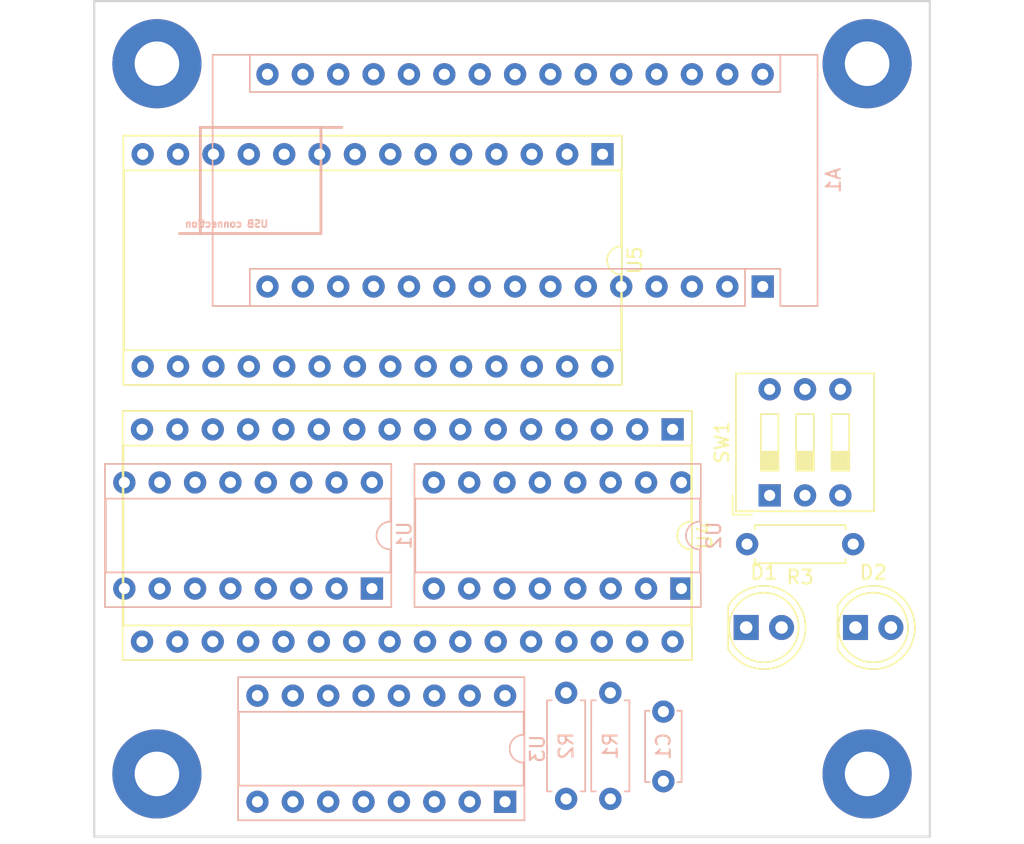
<source format=kicad_pcb>
(kicad_pcb (version 20171130) (host pcbnew "(5.0.0-rc2-198-gb8bbb15aa)")

  (general
    (thickness 1.6)
    (drawings 9)
    (tracks 0)
    (zones 0)
    (modules 17)
    (nets 61)
  )

  (page A4)
  (layers
    (0 F.Cu signal)
    (31 B.Cu signal)
    (32 B.Adhes user)
    (33 F.Adhes user)
    (34 B.Paste user)
    (35 F.Paste user)
    (36 B.SilkS user)
    (37 F.SilkS user)
    (38 B.Mask user)
    (39 F.Mask user)
    (40 Dwgs.User user)
    (41 Cmts.User user)
    (42 Eco1.User user)
    (43 Eco2.User user)
    (44 Edge.Cuts user)
    (45 Margin user)
    (46 B.CrtYd user)
    (47 F.CrtYd user)
    (48 B.Fab user)
    (49 F.Fab user)
  )

  (setup
    (last_trace_width 0.25)
    (trace_clearance 0.2)
    (zone_clearance 0.508)
    (zone_45_only no)
    (trace_min 0.25)
    (segment_width 0.2)
    (edge_width 0.15)
    (via_size 0.6)
    (via_drill 0.3)
    (via_min_size 0.6)
    (via_min_drill 0.3)
    (uvia_size 0.3)
    (uvia_drill 0.1)
    (uvias_allowed no)
    (uvia_min_size 0.2)
    (uvia_min_drill 0.1)
    (pcb_text_width 0.3)
    (pcb_text_size 1.5 1.5)
    (mod_edge_width 0.15)
    (mod_text_size 1 1)
    (mod_text_width 0.15)
    (pad_size 1.524 1.524)
    (pad_drill 0.762)
    (pad_to_mask_clearance 0.2)
    (aux_axis_origin 0 0)
    (visible_elements 7FFFFFFF)
    (pcbplotparams
      (layerselection 0x010f0_ffffffff)
      (usegerberextensions false)
      (usegerberattributes false)
      (usegerberadvancedattributes false)
      (creategerberjobfile false)
      (excludeedgelayer true)
      (linewidth 0.100000)
      (plotframeref false)
      (viasonmask false)
      (mode 1)
      (useauxorigin false)
      (hpglpennumber 1)
      (hpglpenspeed 20)
      (hpglpendiameter 15.000000)
      (psnegative false)
      (psa4output false)
      (plotreference true)
      (plotvalue true)
      (plotinvisibletext false)
      (padsonsilk false)
      (subtractmaskfromsilk true)
      (outputformat 1)
      (mirror false)
      (drillshape 0)
      (scaleselection 1)
      (outputdirectory "gerbers/"))
  )

  (net 0 "")
  (net 1 "Net-(A1-Pad1)")
  (net 2 "Net-(A1-Pad17)")
  (net 3 "Net-(A1-Pad2)")
  (net 4 "Net-(A1-Pad18)")
  (net 5 "Net-(A1-Pad3)")
  (net 6 /D0)
  (net 7 GND)
  (net 8 /D1)
  (net 9 /SER)
  (net 10 /D2)
  (net 11 /SRCLK)
  (net 12 /D3)
  (net 13 /RCLK)
  (net 14 /D4)
  (net 15 /D5)
  (net 16 "Net-(A1-Pad25)")
  (net 17 "Net-(A1-Pad10)")
  (net 18 "Net-(A1-Pad26)")
  (net 19 "Net-(A1-Pad11)")
  (net 20 +5V)
  (net 21 "Net-(A1-Pad28)")
  (net 22 /D6)
  (net 23 "Net-(A1-Pad30)")
  (net 24 /D7)
  (net 25 "Net-(A1-Pad16)")
  (net 26 "Net-(D1-Pad1)")
  (net 27 "Net-(D2-Pad1)")
  (net 28 /A1)
  (net 29 "Net-(U1-Pad9)")
  (net 30 /A2)
  (net 31 /A3)
  (net 32 /A4)
  (net 33 /A5)
  (net 34 /A6)
  (net 35 /A7)
  (net 36 /A0)
  (net 37 /A8)
  (net 38 /A15)
  (net 39 /A14)
  (net 40 /A13)
  (net 41 /A12)
  (net 42 /A11)
  (net 43 /A10)
  (net 44 "Net-(U2-Pad9)")
  (net 45 /A9)
  (net 46 /A17)
  (net 47 "Net-(U3-Pad9)")
  (net 48 /A18)
  (net 49 "Net-(U3-Pad3)")
  (net 50 "Net-(U3-Pad4)")
  (net 51 "Net-(U3-Pad5)")
  (net 52 "Net-(U3-Pad6)")
  (net 53 "Net-(U3-Pad7)")
  (net 54 /A16)
  (net 55 "Net-(U5-Pad1)")
  (net 56 "Net-(U5-Pad26)")
  (net 57 /~WE)
  (net 58 /~OE)
  (net 59 "Net-(A1-Pad14)")
  (net 60 "Net-(A1-Pad15)")

  (net_class Default "This is the default net class."
    (clearance 0.2)
    (trace_width 0.25)
    (via_dia 0.6)
    (via_drill 0.3)
    (uvia_dia 0.3)
    (uvia_drill 0.1)
    (add_net +5V)
    (add_net /A0)
    (add_net /A1)
    (add_net /A10)
    (add_net /A11)
    (add_net /A12)
    (add_net /A13)
    (add_net /A14)
    (add_net /A15)
    (add_net /A16)
    (add_net /A17)
    (add_net /A18)
    (add_net /A2)
    (add_net /A3)
    (add_net /A4)
    (add_net /A5)
    (add_net /A6)
    (add_net /A7)
    (add_net /A8)
    (add_net /A9)
    (add_net /D0)
    (add_net /D1)
    (add_net /D2)
    (add_net /D3)
    (add_net /D4)
    (add_net /D5)
    (add_net /D6)
    (add_net /D7)
    (add_net /RCLK)
    (add_net /SER)
    (add_net /SRCLK)
    (add_net /~OE)
    (add_net /~WE)
    (add_net GND)
    (add_net "Net-(A1-Pad1)")
    (add_net "Net-(A1-Pad10)")
    (add_net "Net-(A1-Pad11)")
    (add_net "Net-(A1-Pad14)")
    (add_net "Net-(A1-Pad15)")
    (add_net "Net-(A1-Pad16)")
    (add_net "Net-(A1-Pad17)")
    (add_net "Net-(A1-Pad18)")
    (add_net "Net-(A1-Pad2)")
    (add_net "Net-(A1-Pad25)")
    (add_net "Net-(A1-Pad26)")
    (add_net "Net-(A1-Pad28)")
    (add_net "Net-(A1-Pad3)")
    (add_net "Net-(A1-Pad30)")
    (add_net "Net-(D1-Pad1)")
    (add_net "Net-(D2-Pad1)")
    (add_net "Net-(U1-Pad9)")
    (add_net "Net-(U2-Pad9)")
    (add_net "Net-(U3-Pad3)")
    (add_net "Net-(U3-Pad4)")
    (add_net "Net-(U3-Pad5)")
    (add_net "Net-(U3-Pad6)")
    (add_net "Net-(U3-Pad7)")
    (add_net "Net-(U3-Pad9)")
    (add_net "Net-(U5-Pad1)")
    (add_net "Net-(U5-Pad26)")
  )

  (module Capacitor_THT:C_Disc_D5.0mm_W2.5mm_P5.00mm (layer B.Cu) (tedit 5A142A3B) (tstamp 5AD357BA)
    (at 110.87 76.025 90)
    (descr "C, Disc series, Radial, pin pitch=5.00mm, diameter*width=5*2.5mm^2, Capacitor, http://cdn-reichelt.de/documents/datenblatt/B300/DS_KERKO_TC.pdf")
    (tags "C Disc series Radial pin pitch 5.00mm  diameter 5mm width 2.5mm Capacitor")
    (path /5AD2D725)
    (fp_text reference C1 (at 2.5 0 90) (layer B.SilkS)
      (effects (font (size 1 1) (thickness 0.15)) (justify mirror))
    )
    (fp_text value 0.1uF (at 2.5 -2.56 90) (layer B.Fab)
      (effects (font (size 1 1) (thickness 0.15)) (justify mirror))
    )
    (fp_text user %R (at 2.5 0 90) (layer B.Fab)
      (effects (font (size 1 1) (thickness 0.15)) (justify mirror))
    )
    (fp_line (start 6.05 1.6) (end -1.05 1.6) (layer B.CrtYd) (width 0.05))
    (fp_line (start 6.05 -1.6) (end 6.05 1.6) (layer B.CrtYd) (width 0.05))
    (fp_line (start -1.05 -1.6) (end 6.05 -1.6) (layer B.CrtYd) (width 0.05))
    (fp_line (start -1.05 1.6) (end -1.05 -1.6) (layer B.CrtYd) (width 0.05))
    (fp_line (start 5.06 -0.996) (end 5.06 -1.31) (layer B.SilkS) (width 0.12))
    (fp_line (start 5.06 1.31) (end 5.06 0.996) (layer B.SilkS) (width 0.12))
    (fp_line (start -0.06 -0.996) (end -0.06 -1.31) (layer B.SilkS) (width 0.12))
    (fp_line (start -0.06 1.31) (end -0.06 0.996) (layer B.SilkS) (width 0.12))
    (fp_line (start -0.06 -1.31) (end 5.06 -1.31) (layer B.SilkS) (width 0.12))
    (fp_line (start -0.06 1.31) (end 5.06 1.31) (layer B.SilkS) (width 0.12))
    (fp_line (start 5 1.25) (end 0 1.25) (layer B.Fab) (width 0.1))
    (fp_line (start 5 -1.25) (end 5 1.25) (layer B.Fab) (width 0.1))
    (fp_line (start 0 -1.25) (end 5 -1.25) (layer B.Fab) (width 0.1))
    (fp_line (start 0 1.25) (end 0 -1.25) (layer B.Fab) (width 0.1))
    (pad 2 thru_hole circle (at 5 0 90) (size 1.6 1.6) (drill 0.8) (layers *.Cu *.Mask)
      (net 7 GND))
    (pad 1 thru_hole circle (at 0 0 90) (size 1.6 1.6) (drill 0.8) (layers *.Cu *.Mask)
      (net 20 +5V))
    (model ${KISYS3DMOD}/Capacitor_THT.3dshapes/C_Disc_D5.0mm_W2.5mm_P5.00mm.wrl
      (at (xyz 0 0 0))
      (scale (xyz 1 1 1))
      (rotate (xyz 0 0 0))
    )
  )

  (module Package_DIP:DIP-16_W7.62mm_Socket (layer B.Cu) (tedit 5A02E8C5) (tstamp 5AD35890)
    (at 99.5 77.5 90)
    (descr "16-lead though-hole mounted DIP package, row spacing 7.62 mm (300 mils), Socket")
    (tags "THT DIP DIL PDIP 2.54mm 7.62mm 300mil Socket")
    (path /5AD2D95A)
    (fp_text reference U3 (at 3.81 2.33 90) (layer B.SilkS)
      (effects (font (size 1 1) (thickness 0.15)) (justify mirror))
    )
    (fp_text value 74HC595 (at 3.81 -20.11 90) (layer B.Fab)
      (effects (font (size 1 1) (thickness 0.15)) (justify mirror))
    )
    (fp_text user %R (at 3.81 -8.89 90) (layer B.Fab)
      (effects (font (size 1 1) (thickness 0.15)) (justify mirror))
    )
    (fp_line (start 9.15 1.6) (end -1.55 1.6) (layer B.CrtYd) (width 0.05))
    (fp_line (start 9.15 -19.4) (end 9.15 1.6) (layer B.CrtYd) (width 0.05))
    (fp_line (start -1.55 -19.4) (end 9.15 -19.4) (layer B.CrtYd) (width 0.05))
    (fp_line (start -1.55 1.6) (end -1.55 -19.4) (layer B.CrtYd) (width 0.05))
    (fp_line (start 8.95 1.39) (end -1.33 1.39) (layer B.SilkS) (width 0.12))
    (fp_line (start 8.95 -19.17) (end 8.95 1.39) (layer B.SilkS) (width 0.12))
    (fp_line (start -1.33 -19.17) (end 8.95 -19.17) (layer B.SilkS) (width 0.12))
    (fp_line (start -1.33 1.39) (end -1.33 -19.17) (layer B.SilkS) (width 0.12))
    (fp_line (start 6.46 1.33) (end 4.81 1.33) (layer B.SilkS) (width 0.12))
    (fp_line (start 6.46 -19.11) (end 6.46 1.33) (layer B.SilkS) (width 0.12))
    (fp_line (start 1.16 -19.11) (end 6.46 -19.11) (layer B.SilkS) (width 0.12))
    (fp_line (start 1.16 1.33) (end 1.16 -19.11) (layer B.SilkS) (width 0.12))
    (fp_line (start 2.81 1.33) (end 1.16 1.33) (layer B.SilkS) (width 0.12))
    (fp_line (start 8.89 1.33) (end -1.27 1.33) (layer B.Fab) (width 0.1))
    (fp_line (start 8.89 -19.11) (end 8.89 1.33) (layer B.Fab) (width 0.1))
    (fp_line (start -1.27 -19.11) (end 8.89 -19.11) (layer B.Fab) (width 0.1))
    (fp_line (start -1.27 1.33) (end -1.27 -19.11) (layer B.Fab) (width 0.1))
    (fp_line (start 0.635 0.27) (end 1.635 1.27) (layer B.Fab) (width 0.1))
    (fp_line (start 0.635 -19.05) (end 0.635 0.27) (layer B.Fab) (width 0.1))
    (fp_line (start 6.985 -19.05) (end 0.635 -19.05) (layer B.Fab) (width 0.1))
    (fp_line (start 6.985 1.27) (end 6.985 -19.05) (layer B.Fab) (width 0.1))
    (fp_line (start 1.635 1.27) (end 6.985 1.27) (layer B.Fab) (width 0.1))
    (fp_arc (start 3.81 1.33) (end 2.81 1.33) (angle 180) (layer B.SilkS) (width 0.12))
    (pad 16 thru_hole oval (at 7.62 0 90) (size 1.6 1.6) (drill 0.8) (layers *.Cu *.Mask)
      (net 20 +5V))
    (pad 8 thru_hole oval (at 0 -17.78 90) (size 1.6 1.6) (drill 0.8) (layers *.Cu *.Mask)
      (net 7 GND))
    (pad 15 thru_hole oval (at 7.62 -2.54 90) (size 1.6 1.6) (drill 0.8) (layers *.Cu *.Mask)
      (net 54 /A16))
    (pad 7 thru_hole oval (at 0 -15.24 90) (size 1.6 1.6) (drill 0.8) (layers *.Cu *.Mask)
      (net 53 "Net-(U3-Pad7)"))
    (pad 14 thru_hole oval (at 7.62 -5.08 90) (size 1.6 1.6) (drill 0.8) (layers *.Cu *.Mask)
      (net 44 "Net-(U2-Pad9)"))
    (pad 6 thru_hole oval (at 0 -12.7 90) (size 1.6 1.6) (drill 0.8) (layers *.Cu *.Mask)
      (net 52 "Net-(U3-Pad6)"))
    (pad 13 thru_hole oval (at 7.62 -7.62 90) (size 1.6 1.6) (drill 0.8) (layers *.Cu *.Mask)
      (net 7 GND))
    (pad 5 thru_hole oval (at 0 -10.16 90) (size 1.6 1.6) (drill 0.8) (layers *.Cu *.Mask)
      (net 51 "Net-(U3-Pad5)"))
    (pad 12 thru_hole oval (at 7.62 -10.16 90) (size 1.6 1.6) (drill 0.8) (layers *.Cu *.Mask)
      (net 13 /RCLK))
    (pad 4 thru_hole oval (at 0 -7.62 90) (size 1.6 1.6) (drill 0.8) (layers *.Cu *.Mask)
      (net 50 "Net-(U3-Pad4)"))
    (pad 11 thru_hole oval (at 7.62 -12.7 90) (size 1.6 1.6) (drill 0.8) (layers *.Cu *.Mask)
      (net 11 /SRCLK))
    (pad 3 thru_hole oval (at 0 -5.08 90) (size 1.6 1.6) (drill 0.8) (layers *.Cu *.Mask)
      (net 49 "Net-(U3-Pad3)"))
    (pad 10 thru_hole oval (at 7.62 -15.24 90) (size 1.6 1.6) (drill 0.8) (layers *.Cu *.Mask)
      (net 20 +5V))
    (pad 2 thru_hole oval (at 0 -2.54 90) (size 1.6 1.6) (drill 0.8) (layers *.Cu *.Mask)
      (net 48 /A18))
    (pad 9 thru_hole oval (at 7.62 -17.78 90) (size 1.6 1.6) (drill 0.8) (layers *.Cu *.Mask)
      (net 47 "Net-(U3-Pad9)"))
    (pad 1 thru_hole rect (at 0 0 90) (size 1.6 1.6) (drill 0.8) (layers *.Cu *.Mask)
      (net 46 /A17))
    (model ${KISYS3DMOD}/Package_DIP.3dshapes/DIP-16_W7.62mm_Socket.wrl
      (at (xyz 0 0 0))
      (scale (xyz 1 1 1))
      (rotate (xyz 0 0 0))
    )
  )

  (module LED_THT:LED_D5.0mm (layer F.Cu) (tedit 5995936A) (tstamp 5AD357CC)
    (at 116.815 64.985)
    (descr "LED, diameter 5.0mm, 2 pins, http://cdn-reichelt.de/documents/datenblatt/A500/LL-504BC2E-009.pdf")
    (tags "LED diameter 5.0mm 2 pins")
    (path /5AD31642)
    (fp_text reference D1 (at 1.27 -3.96) (layer F.SilkS)
      (effects (font (size 1 1) (thickness 0.15)))
    )
    (fp_text value LED (at 1.27 3.96) (layer F.Fab)
      (effects (font (size 1 1) (thickness 0.15)))
    )
    (fp_arc (start 1.27 0) (end -1.23 -1.469694) (angle 299.1) (layer F.Fab) (width 0.1))
    (fp_arc (start 1.27 0) (end -1.29 -1.54483) (angle 148.9) (layer F.SilkS) (width 0.12))
    (fp_arc (start 1.27 0) (end -1.29 1.54483) (angle -148.9) (layer F.SilkS) (width 0.12))
    (fp_circle (center 1.27 0) (end 3.77 0) (layer F.Fab) (width 0.1))
    (fp_circle (center 1.27 0) (end 3.77 0) (layer F.SilkS) (width 0.12))
    (fp_line (start -1.23 -1.469694) (end -1.23 1.469694) (layer F.Fab) (width 0.1))
    (fp_line (start -1.29 -1.545) (end -1.29 1.545) (layer F.SilkS) (width 0.12))
    (fp_line (start -1.95 -3.25) (end -1.95 3.25) (layer F.CrtYd) (width 0.05))
    (fp_line (start -1.95 3.25) (end 4.5 3.25) (layer F.CrtYd) (width 0.05))
    (fp_line (start 4.5 3.25) (end 4.5 -3.25) (layer F.CrtYd) (width 0.05))
    (fp_line (start 4.5 -3.25) (end -1.95 -3.25) (layer F.CrtYd) (width 0.05))
    (fp_text user %R (at 1.25 0) (layer F.Fab)
      (effects (font (size 0.8 0.8) (thickness 0.2)))
    )
    (pad 1 thru_hole rect (at 0 0) (size 1.8 1.8) (drill 0.9) (layers *.Cu *.Mask)
      (net 26 "Net-(D1-Pad1)"))
    (pad 2 thru_hole circle (at 2.54 0) (size 1.8 1.8) (drill 0.9) (layers *.Cu *.Mask)
      (net 17 "Net-(A1-Pad10)"))
    (model ${KISYS3DMOD}/LED_THT.3dshapes/LED_D5.0mm.wrl
      (at (xyz 0 0 0))
      (scale (xyz 1 1 1))
      (rotate (xyz 0 0 0))
    )
  )

  (module Package_DIP:DIP-32_W15.24mm_Socket (layer F.Cu) (tedit 5A02E8C5) (tstamp 5AD358CC)
    (at 111.53 50.76 270)
    (descr "32-lead though-hole mounted DIP package, row spacing 15.24 mm (600 mils), Socket")
    (tags "THT DIP DIL PDIP 2.54mm 15.24mm 600mil Socket")
    (path /5AD354F7)
    (fp_text reference U4 (at 7.62 -2.33 270) (layer F.SilkS)
      (effects (font (size 1 1) (thickness 0.15)))
    )
    (fp_text value SST39SF040 (at 7.62 40.43 270) (layer F.Fab)
      (effects (font (size 1 1) (thickness 0.15)))
    )
    (fp_arc (start 7.62 -1.33) (end 6.62 -1.33) (angle -180) (layer F.SilkS) (width 0.12))
    (fp_line (start 1.255 -1.27) (end 14.985 -1.27) (layer F.Fab) (width 0.1))
    (fp_line (start 14.985 -1.27) (end 14.985 39.37) (layer F.Fab) (width 0.1))
    (fp_line (start 14.985 39.37) (end 0.255 39.37) (layer F.Fab) (width 0.1))
    (fp_line (start 0.255 39.37) (end 0.255 -0.27) (layer F.Fab) (width 0.1))
    (fp_line (start 0.255 -0.27) (end 1.255 -1.27) (layer F.Fab) (width 0.1))
    (fp_line (start -1.27 -1.33) (end -1.27 39.43) (layer F.Fab) (width 0.1))
    (fp_line (start -1.27 39.43) (end 16.51 39.43) (layer F.Fab) (width 0.1))
    (fp_line (start 16.51 39.43) (end 16.51 -1.33) (layer F.Fab) (width 0.1))
    (fp_line (start 16.51 -1.33) (end -1.27 -1.33) (layer F.Fab) (width 0.1))
    (fp_line (start 6.62 -1.33) (end 1.16 -1.33) (layer F.SilkS) (width 0.12))
    (fp_line (start 1.16 -1.33) (end 1.16 39.43) (layer F.SilkS) (width 0.12))
    (fp_line (start 1.16 39.43) (end 14.08 39.43) (layer F.SilkS) (width 0.12))
    (fp_line (start 14.08 39.43) (end 14.08 -1.33) (layer F.SilkS) (width 0.12))
    (fp_line (start 14.08 -1.33) (end 8.62 -1.33) (layer F.SilkS) (width 0.12))
    (fp_line (start -1.33 -1.39) (end -1.33 39.49) (layer F.SilkS) (width 0.12))
    (fp_line (start -1.33 39.49) (end 16.57 39.49) (layer F.SilkS) (width 0.12))
    (fp_line (start 16.57 39.49) (end 16.57 -1.39) (layer F.SilkS) (width 0.12))
    (fp_line (start 16.57 -1.39) (end -1.33 -1.39) (layer F.SilkS) (width 0.12))
    (fp_line (start -1.55 -1.6) (end -1.55 39.7) (layer F.CrtYd) (width 0.05))
    (fp_line (start -1.55 39.7) (end 16.8 39.7) (layer F.CrtYd) (width 0.05))
    (fp_line (start 16.8 39.7) (end 16.8 -1.6) (layer F.CrtYd) (width 0.05))
    (fp_line (start 16.8 -1.6) (end -1.55 -1.6) (layer F.CrtYd) (width 0.05))
    (fp_text user %R (at 7.62 19.05 270) (layer F.Fab)
      (effects (font (size 1 1) (thickness 0.15)))
    )
    (pad 1 thru_hole rect (at 0 0 270) (size 1.6 1.6) (drill 0.8) (layers *.Cu *.Mask)
      (net 48 /A18))
    (pad 17 thru_hole oval (at 15.24 38.1 270) (size 1.6 1.6) (drill 0.8) (layers *.Cu *.Mask)
      (net 12 /D3))
    (pad 2 thru_hole oval (at 0 2.54 270) (size 1.6 1.6) (drill 0.8) (layers *.Cu *.Mask)
      (net 54 /A16))
    (pad 18 thru_hole oval (at 15.24 35.56 270) (size 1.6 1.6) (drill 0.8) (layers *.Cu *.Mask)
      (net 14 /D4))
    (pad 3 thru_hole oval (at 0 5.08 270) (size 1.6 1.6) (drill 0.8) (layers *.Cu *.Mask)
      (net 38 /A15))
    (pad 19 thru_hole oval (at 15.24 33.02 270) (size 1.6 1.6) (drill 0.8) (layers *.Cu *.Mask)
      (net 15 /D5))
    (pad 4 thru_hole oval (at 0 7.62 270) (size 1.6 1.6) (drill 0.8) (layers *.Cu *.Mask)
      (net 41 /A12))
    (pad 20 thru_hole oval (at 15.24 30.48 270) (size 1.6 1.6) (drill 0.8) (layers *.Cu *.Mask)
      (net 22 /D6))
    (pad 5 thru_hole oval (at 0 10.16 270) (size 1.6 1.6) (drill 0.8) (layers *.Cu *.Mask)
      (net 35 /A7))
    (pad 21 thru_hole oval (at 15.24 27.94 270) (size 1.6 1.6) (drill 0.8) (layers *.Cu *.Mask)
      (net 24 /D7))
    (pad 6 thru_hole oval (at 0 12.7 270) (size 1.6 1.6) (drill 0.8) (layers *.Cu *.Mask)
      (net 34 /A6))
    (pad 22 thru_hole oval (at 15.24 25.4 270) (size 1.6 1.6) (drill 0.8) (layers *.Cu *.Mask)
      (net 7 GND))
    (pad 7 thru_hole oval (at 0 15.24 270) (size 1.6 1.6) (drill 0.8) (layers *.Cu *.Mask)
      (net 33 /A5))
    (pad 23 thru_hole oval (at 15.24 22.86 270) (size 1.6 1.6) (drill 0.8) (layers *.Cu *.Mask)
      (net 43 /A10))
    (pad 8 thru_hole oval (at 0 17.78 270) (size 1.6 1.6) (drill 0.8) (layers *.Cu *.Mask)
      (net 32 /A4))
    (pad 24 thru_hole oval (at 15.24 20.32 270) (size 1.6 1.6) (drill 0.8) (layers *.Cu *.Mask)
      (net 58 /~OE))
    (pad 9 thru_hole oval (at 0 20.32 270) (size 1.6 1.6) (drill 0.8) (layers *.Cu *.Mask)
      (net 31 /A3))
    (pad 25 thru_hole oval (at 15.24 17.78 270) (size 1.6 1.6) (drill 0.8) (layers *.Cu *.Mask)
      (net 42 /A11))
    (pad 10 thru_hole oval (at 0 22.86 270) (size 1.6 1.6) (drill 0.8) (layers *.Cu *.Mask)
      (net 30 /A2))
    (pad 26 thru_hole oval (at 15.24 15.24 270) (size 1.6 1.6) (drill 0.8) (layers *.Cu *.Mask)
      (net 45 /A9))
    (pad 11 thru_hole oval (at 0 25.4 270) (size 1.6 1.6) (drill 0.8) (layers *.Cu *.Mask)
      (net 28 /A1))
    (pad 27 thru_hole oval (at 15.24 12.7 270) (size 1.6 1.6) (drill 0.8) (layers *.Cu *.Mask)
      (net 37 /A8))
    (pad 12 thru_hole oval (at 0 27.94 270) (size 1.6 1.6) (drill 0.8) (layers *.Cu *.Mask)
      (net 36 /A0))
    (pad 28 thru_hole oval (at 15.24 10.16 270) (size 1.6 1.6) (drill 0.8) (layers *.Cu *.Mask)
      (net 40 /A13))
    (pad 13 thru_hole oval (at 0 30.48 270) (size 1.6 1.6) (drill 0.8) (layers *.Cu *.Mask)
      (net 6 /D0))
    (pad 29 thru_hole oval (at 15.24 7.62 270) (size 1.6 1.6) (drill 0.8) (layers *.Cu *.Mask)
      (net 39 /A14))
    (pad 14 thru_hole oval (at 0 33.02 270) (size 1.6 1.6) (drill 0.8) (layers *.Cu *.Mask)
      (net 8 /D1))
    (pad 30 thru_hole oval (at 15.24 5.08 270) (size 1.6 1.6) (drill 0.8) (layers *.Cu *.Mask)
      (net 46 /A17))
    (pad 15 thru_hole oval (at 0 35.56 270) (size 1.6 1.6) (drill 0.8) (layers *.Cu *.Mask)
      (net 10 /D2))
    (pad 31 thru_hole oval (at 15.24 2.54 270) (size 1.6 1.6) (drill 0.8) (layers *.Cu *.Mask)
      (net 57 /~WE))
    (pad 16 thru_hole oval (at 0 38.1 270) (size 1.6 1.6) (drill 0.8) (layers *.Cu *.Mask)
      (net 7 GND))
    (pad 32 thru_hole oval (at 15.24 0 270) (size 1.6 1.6) (drill 0.8) (layers *.Cu *.Mask)
      (net 20 +5V))
    (model ${KISYS3DMOD}/Package_DIP.3dshapes/DIP-32_W15.24mm_Socket.wrl
      (at (xyz 0 0 0))
      (scale (xyz 1 1 1))
      (rotate (xyz 0 0 0))
    )
  )

  (module Resistor_THT:R_Axial_DIN0207_L6.3mm_D2.5mm_P7.62mm_Horizontal (layer B.Cu) (tedit 5A24F4B6) (tstamp 5AD357F5)
    (at 107.06 77.295 90)
    (descr "Resistor, Axial_DIN0207 series, Axial, Horizontal, pin pitch=7.62mm, 0.25W = 1/4W, length*diameter=6.3*2.5mm^2, http://cdn-reichelt.de/documents/datenblatt/B400/1_4W%23YAG.pdf")
    (tags "Resistor Axial_DIN0207 series Axial Horizontal pin pitch 7.62mm 0.25W = 1/4W length 6.3mm diameter 2.5mm")
    (path /5AD317E8)
    (fp_text reference R1 (at 3.81 0 90) (layer B.SilkS)
      (effects (font (size 1 1) (thickness 0.15)) (justify mirror))
    )
    (fp_text value 1K (at 3.81 -2.37 90) (layer B.Fab)
      (effects (font (size 1 1) (thickness 0.15)) (justify mirror))
    )
    (fp_text user %R (at 3.81 0 90) (layer B.Fab)
      (effects (font (size 1 1) (thickness 0.15)) (justify mirror))
    )
    (fp_line (start 8.7 1.65) (end -1.05 1.65) (layer B.CrtYd) (width 0.05))
    (fp_line (start 8.7 -1.65) (end 8.7 1.65) (layer B.CrtYd) (width 0.05))
    (fp_line (start -1.05 -1.65) (end 8.7 -1.65) (layer B.CrtYd) (width 0.05))
    (fp_line (start -1.05 1.65) (end -1.05 -1.65) (layer B.CrtYd) (width 0.05))
    (fp_line (start 7.08 -1.37) (end 7.08 -1.04) (layer B.SilkS) (width 0.12))
    (fp_line (start 0.54 -1.37) (end 7.08 -1.37) (layer B.SilkS) (width 0.12))
    (fp_line (start 0.54 -1.04) (end 0.54 -1.37) (layer B.SilkS) (width 0.12))
    (fp_line (start 7.08 1.37) (end 7.08 1.04) (layer B.SilkS) (width 0.12))
    (fp_line (start 0.54 1.37) (end 7.08 1.37) (layer B.SilkS) (width 0.12))
    (fp_line (start 0.54 1.04) (end 0.54 1.37) (layer B.SilkS) (width 0.12))
    (fp_line (start 7.62 0) (end 6.96 0) (layer B.Fab) (width 0.1))
    (fp_line (start 0 0) (end 0.66 0) (layer B.Fab) (width 0.1))
    (fp_line (start 6.96 1.25) (end 0.66 1.25) (layer B.Fab) (width 0.1))
    (fp_line (start 6.96 -1.25) (end 6.96 1.25) (layer B.Fab) (width 0.1))
    (fp_line (start 0.66 -1.25) (end 6.96 -1.25) (layer B.Fab) (width 0.1))
    (fp_line (start 0.66 1.25) (end 0.66 -1.25) (layer B.Fab) (width 0.1))
    (pad 2 thru_hole oval (at 7.62 0 90) (size 1.6 1.6) (drill 0.8) (layers *.Cu *.Mask)
      (net 7 GND))
    (pad 1 thru_hole circle (at 0 0 90) (size 1.6 1.6) (drill 0.8) (layers *.Cu *.Mask)
      (net 26 "Net-(D1-Pad1)"))
    (model ${KISYS3DMOD}/Resistor_THT.3dshapes/R_Axial_DIN0207_L6.3mm_D2.5mm_P7.62mm_Horizontal.wrl
      (at (xyz 0 0 0))
      (scale (xyz 1 1 1))
      (rotate (xyz 0 0 0))
    )
  )

  (module LED_THT:LED_D5.0mm (layer F.Cu) (tedit 5995936A) (tstamp 5AD357DE)
    (at 124.665 64.985)
    (descr "LED, diameter 5.0mm, 2 pins, http://cdn-reichelt.de/documents/datenblatt/A500/LL-504BC2E-009.pdf")
    (tags "LED diameter 5.0mm 2 pins")
    (path /5AD32F0B)
    (fp_text reference D2 (at 1.27 -3.96) (layer F.SilkS)
      (effects (font (size 1 1) (thickness 0.15)))
    )
    (fp_text value LED (at 1.27 3.96) (layer F.Fab)
      (effects (font (size 1 1) (thickness 0.15)))
    )
    (fp_text user %R (at 1.25 0) (layer F.Fab)
      (effects (font (size 0.8 0.8) (thickness 0.2)))
    )
    (fp_line (start 4.5 -3.25) (end -1.95 -3.25) (layer F.CrtYd) (width 0.05))
    (fp_line (start 4.5 3.25) (end 4.5 -3.25) (layer F.CrtYd) (width 0.05))
    (fp_line (start -1.95 3.25) (end 4.5 3.25) (layer F.CrtYd) (width 0.05))
    (fp_line (start -1.95 -3.25) (end -1.95 3.25) (layer F.CrtYd) (width 0.05))
    (fp_line (start -1.29 -1.545) (end -1.29 1.545) (layer F.SilkS) (width 0.12))
    (fp_line (start -1.23 -1.469694) (end -1.23 1.469694) (layer F.Fab) (width 0.1))
    (fp_circle (center 1.27 0) (end 3.77 0) (layer F.SilkS) (width 0.12))
    (fp_circle (center 1.27 0) (end 3.77 0) (layer F.Fab) (width 0.1))
    (fp_arc (start 1.27 0) (end -1.29 1.54483) (angle -148.9) (layer F.SilkS) (width 0.12))
    (fp_arc (start 1.27 0) (end -1.29 -1.54483) (angle 148.9) (layer F.SilkS) (width 0.12))
    (fp_arc (start 1.27 0) (end -1.23 -1.469694) (angle 299.1) (layer F.Fab) (width 0.1))
    (pad 2 thru_hole circle (at 2.54 0) (size 1.8 1.8) (drill 0.9) (layers *.Cu *.Mask)
      (net 19 "Net-(A1-Pad11)"))
    (pad 1 thru_hole rect (at 0 0) (size 1.8 1.8) (drill 0.9) (layers *.Cu *.Mask)
      (net 27 "Net-(D2-Pad1)"))
    (model ${KISYS3DMOD}/LED_THT.3dshapes/LED_D5.0mm.wrl
      (at (xyz 0 0 0))
      (scale (xyz 1 1 1))
      (rotate (xyz 0 0 0))
    )
  )

  (module Package_DIP:DIP-16_W7.62mm_Socket (layer B.Cu) (tedit 5A02E8C5) (tstamp 5AD35838)
    (at 89.94 62.19 90)
    (descr "16-lead though-hole mounted DIP package, row spacing 7.62 mm (300 mils), Socket")
    (tags "THT DIP DIL PDIP 2.54mm 7.62mm 300mil Socket")
    (path /5AD2D7E6)
    (fp_text reference U1 (at 3.81 2.33 90) (layer B.SilkS)
      (effects (font (size 1 1) (thickness 0.15)) (justify mirror))
    )
    (fp_text value 74HC595 (at 3.81 -20.11 90) (layer B.Fab)
      (effects (font (size 1 1) (thickness 0.15)) (justify mirror))
    )
    (fp_arc (start 3.81 1.33) (end 2.81 1.33) (angle 180) (layer B.SilkS) (width 0.12))
    (fp_line (start 1.635 1.27) (end 6.985 1.27) (layer B.Fab) (width 0.1))
    (fp_line (start 6.985 1.27) (end 6.985 -19.05) (layer B.Fab) (width 0.1))
    (fp_line (start 6.985 -19.05) (end 0.635 -19.05) (layer B.Fab) (width 0.1))
    (fp_line (start 0.635 -19.05) (end 0.635 0.27) (layer B.Fab) (width 0.1))
    (fp_line (start 0.635 0.27) (end 1.635 1.27) (layer B.Fab) (width 0.1))
    (fp_line (start -1.27 1.33) (end -1.27 -19.11) (layer B.Fab) (width 0.1))
    (fp_line (start -1.27 -19.11) (end 8.89 -19.11) (layer B.Fab) (width 0.1))
    (fp_line (start 8.89 -19.11) (end 8.89 1.33) (layer B.Fab) (width 0.1))
    (fp_line (start 8.89 1.33) (end -1.27 1.33) (layer B.Fab) (width 0.1))
    (fp_line (start 2.81 1.33) (end 1.16 1.33) (layer B.SilkS) (width 0.12))
    (fp_line (start 1.16 1.33) (end 1.16 -19.11) (layer B.SilkS) (width 0.12))
    (fp_line (start 1.16 -19.11) (end 6.46 -19.11) (layer B.SilkS) (width 0.12))
    (fp_line (start 6.46 -19.11) (end 6.46 1.33) (layer B.SilkS) (width 0.12))
    (fp_line (start 6.46 1.33) (end 4.81 1.33) (layer B.SilkS) (width 0.12))
    (fp_line (start -1.33 1.39) (end -1.33 -19.17) (layer B.SilkS) (width 0.12))
    (fp_line (start -1.33 -19.17) (end 8.95 -19.17) (layer B.SilkS) (width 0.12))
    (fp_line (start 8.95 -19.17) (end 8.95 1.39) (layer B.SilkS) (width 0.12))
    (fp_line (start 8.95 1.39) (end -1.33 1.39) (layer B.SilkS) (width 0.12))
    (fp_line (start -1.55 1.6) (end -1.55 -19.4) (layer B.CrtYd) (width 0.05))
    (fp_line (start -1.55 -19.4) (end 9.15 -19.4) (layer B.CrtYd) (width 0.05))
    (fp_line (start 9.15 -19.4) (end 9.15 1.6) (layer B.CrtYd) (width 0.05))
    (fp_line (start 9.15 1.6) (end -1.55 1.6) (layer B.CrtYd) (width 0.05))
    (fp_text user %R (at 3.81 -8.89 90) (layer B.Fab)
      (effects (font (size 1 1) (thickness 0.15)) (justify mirror))
    )
    (pad 1 thru_hole rect (at 0 0 90) (size 1.6 1.6) (drill 0.8) (layers *.Cu *.Mask)
      (net 28 /A1))
    (pad 9 thru_hole oval (at 7.62 -17.78 90) (size 1.6 1.6) (drill 0.8) (layers *.Cu *.Mask)
      (net 29 "Net-(U1-Pad9)"))
    (pad 2 thru_hole oval (at 0 -2.54 90) (size 1.6 1.6) (drill 0.8) (layers *.Cu *.Mask)
      (net 30 /A2))
    (pad 10 thru_hole oval (at 7.62 -15.24 90) (size 1.6 1.6) (drill 0.8) (layers *.Cu *.Mask)
      (net 20 +5V))
    (pad 3 thru_hole oval (at 0 -5.08 90) (size 1.6 1.6) (drill 0.8) (layers *.Cu *.Mask)
      (net 31 /A3))
    (pad 11 thru_hole oval (at 7.62 -12.7 90) (size 1.6 1.6) (drill 0.8) (layers *.Cu *.Mask)
      (net 11 /SRCLK))
    (pad 4 thru_hole oval (at 0 -7.62 90) (size 1.6 1.6) (drill 0.8) (layers *.Cu *.Mask)
      (net 32 /A4))
    (pad 12 thru_hole oval (at 7.62 -10.16 90) (size 1.6 1.6) (drill 0.8) (layers *.Cu *.Mask)
      (net 13 /RCLK))
    (pad 5 thru_hole oval (at 0 -10.16 90) (size 1.6 1.6) (drill 0.8) (layers *.Cu *.Mask)
      (net 33 /A5))
    (pad 13 thru_hole oval (at 7.62 -7.62 90) (size 1.6 1.6) (drill 0.8) (layers *.Cu *.Mask)
      (net 7 GND))
    (pad 6 thru_hole oval (at 0 -12.7 90) (size 1.6 1.6) (drill 0.8) (layers *.Cu *.Mask)
      (net 34 /A6))
    (pad 14 thru_hole oval (at 7.62 -5.08 90) (size 1.6 1.6) (drill 0.8) (layers *.Cu *.Mask)
      (net 9 /SER))
    (pad 7 thru_hole oval (at 0 -15.24 90) (size 1.6 1.6) (drill 0.8) (layers *.Cu *.Mask)
      (net 35 /A7))
    (pad 15 thru_hole oval (at 7.62 -2.54 90) (size 1.6 1.6) (drill 0.8) (layers *.Cu *.Mask)
      (net 36 /A0))
    (pad 8 thru_hole oval (at 0 -17.78 90) (size 1.6 1.6) (drill 0.8) (layers *.Cu *.Mask)
      (net 7 GND))
    (pad 16 thru_hole oval (at 7.62 0 90) (size 1.6 1.6) (drill 0.8) (layers *.Cu *.Mask)
      (net 20 +5V))
    (model ${KISYS3DMOD}/Package_DIP.3dshapes/DIP-16_W7.62mm_Socket.wrl
      (at (xyz 0 0 0))
      (scale (xyz 1 1 1))
      (rotate (xyz 0 0 0))
    )
  )

  (module Resistor_THT:R_Axial_DIN0207_L6.3mm_D2.5mm_P7.62mm_Horizontal (layer B.Cu) (tedit 5A24F4B6) (tstamp 5AD3580C)
    (at 103.885 77.295 90)
    (descr "Resistor, Axial_DIN0207 series, Axial, Horizontal, pin pitch=7.62mm, 0.25W = 1/4W, length*diameter=6.3*2.5mm^2, http://cdn-reichelt.de/documents/datenblatt/B400/1_4W%23YAG.pdf")
    (tags "Resistor Axial_DIN0207 series Axial Horizontal pin pitch 7.62mm 0.25W = 1/4W length 6.3mm diameter 2.5mm")
    (path /5AD32EC5)
    (fp_text reference R2 (at 3.81 0 90) (layer B.SilkS)
      (effects (font (size 1 1) (thickness 0.15)) (justify mirror))
    )
    (fp_text value 1K (at 3.81 -2.37 90) (layer B.Fab)
      (effects (font (size 1 1) (thickness 0.15)) (justify mirror))
    )
    (fp_text user %R (at 3.81 0 90) (layer B.Fab)
      (effects (font (size 1 1) (thickness 0.15)) (justify mirror))
    )
    (fp_line (start 8.7 1.65) (end -1.05 1.65) (layer B.CrtYd) (width 0.05))
    (fp_line (start 8.7 -1.65) (end 8.7 1.65) (layer B.CrtYd) (width 0.05))
    (fp_line (start -1.05 -1.65) (end 8.7 -1.65) (layer B.CrtYd) (width 0.05))
    (fp_line (start -1.05 1.65) (end -1.05 -1.65) (layer B.CrtYd) (width 0.05))
    (fp_line (start 7.08 -1.37) (end 7.08 -1.04) (layer B.SilkS) (width 0.12))
    (fp_line (start 0.54 -1.37) (end 7.08 -1.37) (layer B.SilkS) (width 0.12))
    (fp_line (start 0.54 -1.04) (end 0.54 -1.37) (layer B.SilkS) (width 0.12))
    (fp_line (start 7.08 1.37) (end 7.08 1.04) (layer B.SilkS) (width 0.12))
    (fp_line (start 0.54 1.37) (end 7.08 1.37) (layer B.SilkS) (width 0.12))
    (fp_line (start 0.54 1.04) (end 0.54 1.37) (layer B.SilkS) (width 0.12))
    (fp_line (start 7.62 0) (end 6.96 0) (layer B.Fab) (width 0.1))
    (fp_line (start 0 0) (end 0.66 0) (layer B.Fab) (width 0.1))
    (fp_line (start 6.96 1.25) (end 0.66 1.25) (layer B.Fab) (width 0.1))
    (fp_line (start 6.96 -1.25) (end 6.96 1.25) (layer B.Fab) (width 0.1))
    (fp_line (start 0.66 -1.25) (end 6.96 -1.25) (layer B.Fab) (width 0.1))
    (fp_line (start 0.66 1.25) (end 0.66 -1.25) (layer B.Fab) (width 0.1))
    (pad 2 thru_hole oval (at 7.62 0 90) (size 1.6 1.6) (drill 0.8) (layers *.Cu *.Mask)
      (net 7 GND))
    (pad 1 thru_hole circle (at 0 0 90) (size 1.6 1.6) (drill 0.8) (layers *.Cu *.Mask)
      (net 27 "Net-(D2-Pad1)"))
    (model ${KISYS3DMOD}/Resistor_THT.3dshapes/R_Axial_DIN0207_L6.3mm_D2.5mm_P7.62mm_Horizontal.wrl
      (at (xyz 0 0 0))
      (scale (xyz 1 1 1))
      (rotate (xyz 0 0 0))
    )
  )

  (module Module:Arduino_Nano (layer B.Cu) (tedit 58ACAF70) (tstamp 5AD357A5)
    (at 118 40.5 90)
    (descr "Arduino Nano, http://www.mouser.com/pdfdocs/Gravitech_Arduino_Nano3_0.pdf")
    (tags "Arduino Nano")
    (path /5AD2C8CB)
    (fp_text reference A1 (at 7.62 5.08 90) (layer B.SilkS)
      (effects (font (size 1 1) (thickness 0.15)) (justify mirror))
    )
    (fp_text value Arduino_Nano_v3.x (at 8.89 -19.05) (layer B.Fab)
      (effects (font (size 1 1) (thickness 0.15)) (justify mirror))
    )
    (fp_text user %R (at 6.35 -19.05) (layer B.Fab)
      (effects (font (size 1 1) (thickness 0.15)) (justify mirror))
    )
    (fp_line (start 1.27 -1.27) (end 1.27 1.27) (layer B.SilkS) (width 0.12))
    (fp_line (start 1.27 1.27) (end -1.4 1.27) (layer B.SilkS) (width 0.12))
    (fp_line (start -1.4 -1.27) (end -1.4 -39.5) (layer B.SilkS) (width 0.12))
    (fp_line (start -1.4 3.94) (end -1.4 1.27) (layer B.SilkS) (width 0.12))
    (fp_line (start 13.97 1.27) (end 16.64 1.27) (layer B.SilkS) (width 0.12))
    (fp_line (start 13.97 1.27) (end 13.97 -36.83) (layer B.SilkS) (width 0.12))
    (fp_line (start 13.97 -36.83) (end 16.64 -36.83) (layer B.SilkS) (width 0.12))
    (fp_line (start 1.27 -1.27) (end -1.4 -1.27) (layer B.SilkS) (width 0.12))
    (fp_line (start 1.27 -1.27) (end 1.27 -36.83) (layer B.SilkS) (width 0.12))
    (fp_line (start 1.27 -36.83) (end -1.4 -36.83) (layer B.SilkS) (width 0.12))
    (fp_line (start 3.81 -31.75) (end 11.43 -31.75) (layer B.Fab) (width 0.1))
    (fp_line (start 11.43 -31.75) (end 11.43 -41.91) (layer B.Fab) (width 0.1))
    (fp_line (start 11.43 -41.91) (end 3.81 -41.91) (layer B.Fab) (width 0.1))
    (fp_line (start 3.81 -41.91) (end 3.81 -31.75) (layer B.Fab) (width 0.1))
    (fp_line (start -1.4 -39.5) (end 16.64 -39.5) (layer B.SilkS) (width 0.12))
    (fp_line (start 16.64 -39.5) (end 16.64 3.94) (layer B.SilkS) (width 0.12))
    (fp_line (start 16.64 3.94) (end -1.4 3.94) (layer B.SilkS) (width 0.12))
    (fp_line (start 16.51 -39.37) (end -1.27 -39.37) (layer B.Fab) (width 0.1))
    (fp_line (start -1.27 -39.37) (end -1.27 2.54) (layer B.Fab) (width 0.1))
    (fp_line (start -1.27 2.54) (end 0 3.81) (layer B.Fab) (width 0.1))
    (fp_line (start 0 3.81) (end 16.51 3.81) (layer B.Fab) (width 0.1))
    (fp_line (start 16.51 3.81) (end 16.51 -39.37) (layer B.Fab) (width 0.1))
    (fp_line (start -1.53 4.06) (end 16.75 4.06) (layer B.CrtYd) (width 0.05))
    (fp_line (start -1.53 4.06) (end -1.53 -42.16) (layer B.CrtYd) (width 0.05))
    (fp_line (start 16.75 -42.16) (end 16.75 4.06) (layer B.CrtYd) (width 0.05))
    (fp_line (start 16.75 -42.16) (end -1.53 -42.16) (layer B.CrtYd) (width 0.05))
    (pad 1 thru_hole rect (at 0 0 90) (size 1.6 1.6) (drill 0.8) (layers *.Cu *.Mask)
      (net 1 "Net-(A1-Pad1)"))
    (pad 17 thru_hole oval (at 15.24 -33.02 90) (size 1.6 1.6) (drill 0.8) (layers *.Cu *.Mask)
      (net 2 "Net-(A1-Pad17)"))
    (pad 2 thru_hole oval (at 0 -2.54 90) (size 1.6 1.6) (drill 0.8) (layers *.Cu *.Mask)
      (net 3 "Net-(A1-Pad2)"))
    (pad 18 thru_hole oval (at 15.24 -30.48 90) (size 1.6 1.6) (drill 0.8) (layers *.Cu *.Mask)
      (net 4 "Net-(A1-Pad18)"))
    (pad 3 thru_hole oval (at 0 -5.08 90) (size 1.6 1.6) (drill 0.8) (layers *.Cu *.Mask)
      (net 5 "Net-(A1-Pad3)"))
    (pad 19 thru_hole oval (at 15.24 -27.94 90) (size 1.6 1.6) (drill 0.8) (layers *.Cu *.Mask)
      (net 6 /D0))
    (pad 4 thru_hole oval (at 0 -7.62 90) (size 1.6 1.6) (drill 0.8) (layers *.Cu *.Mask)
      (net 7 GND))
    (pad 20 thru_hole oval (at 15.24 -25.4 90) (size 1.6 1.6) (drill 0.8) (layers *.Cu *.Mask)
      (net 8 /D1))
    (pad 5 thru_hole oval (at 0 -10.16 90) (size 1.6 1.6) (drill 0.8) (layers *.Cu *.Mask)
      (net 9 /SER))
    (pad 21 thru_hole oval (at 15.24 -22.86 90) (size 1.6 1.6) (drill 0.8) (layers *.Cu *.Mask)
      (net 10 /D2))
    (pad 6 thru_hole oval (at 0 -12.7 90) (size 1.6 1.6) (drill 0.8) (layers *.Cu *.Mask)
      (net 11 /SRCLK))
    (pad 22 thru_hole oval (at 15.24 -20.32 90) (size 1.6 1.6) (drill 0.8) (layers *.Cu *.Mask)
      (net 12 /D3))
    (pad 7 thru_hole oval (at 0 -15.24 90) (size 1.6 1.6) (drill 0.8) (layers *.Cu *.Mask)
      (net 13 /RCLK))
    (pad 23 thru_hole oval (at 15.24 -17.78 90) (size 1.6 1.6) (drill 0.8) (layers *.Cu *.Mask)
      (net 14 /D4))
    (pad 8 thru_hole oval (at 0 -17.78 90) (size 1.6 1.6) (drill 0.8) (layers *.Cu *.Mask)
      (net 57 /~WE))
    (pad 24 thru_hole oval (at 15.24 -15.24 90) (size 1.6 1.6) (drill 0.8) (layers *.Cu *.Mask)
      (net 15 /D5))
    (pad 9 thru_hole oval (at 0 -20.32 90) (size 1.6 1.6) (drill 0.8) (layers *.Cu *.Mask)
      (net 58 /~OE))
    (pad 25 thru_hole oval (at 15.24 -12.7 90) (size 1.6 1.6) (drill 0.8) (layers *.Cu *.Mask)
      (net 16 "Net-(A1-Pad25)"))
    (pad 10 thru_hole oval (at 0 -22.86 90) (size 1.6 1.6) (drill 0.8) (layers *.Cu *.Mask)
      (net 17 "Net-(A1-Pad10)"))
    (pad 26 thru_hole oval (at 15.24 -10.16 90) (size 1.6 1.6) (drill 0.8) (layers *.Cu *.Mask)
      (net 18 "Net-(A1-Pad26)"))
    (pad 11 thru_hole oval (at 0 -25.4 90) (size 1.6 1.6) (drill 0.8) (layers *.Cu *.Mask)
      (net 19 "Net-(A1-Pad11)"))
    (pad 27 thru_hole oval (at 15.24 -7.62 90) (size 1.6 1.6) (drill 0.8) (layers *.Cu *.Mask)
      (net 20 +5V))
    (pad 12 thru_hole oval (at 0 -27.94 90) (size 1.6 1.6) (drill 0.8) (layers *.Cu *.Mask)
      (net 22 /D6))
    (pad 28 thru_hole oval (at 15.24 -5.08 90) (size 1.6 1.6) (drill 0.8) (layers *.Cu *.Mask)
      (net 21 "Net-(A1-Pad28)"))
    (pad 13 thru_hole oval (at 0 -30.48 90) (size 1.6 1.6) (drill 0.8) (layers *.Cu *.Mask)
      (net 24 /D7))
    (pad 29 thru_hole oval (at 15.24 -2.54 90) (size 1.6 1.6) (drill 0.8) (layers *.Cu *.Mask)
      (net 7 GND))
    (pad 14 thru_hole oval (at 0 -33.02 90) (size 1.6 1.6) (drill 0.8) (layers *.Cu *.Mask)
      (net 59 "Net-(A1-Pad14)"))
    (pad 30 thru_hole oval (at 15.24 0 90) (size 1.6 1.6) (drill 0.8) (layers *.Cu *.Mask)
      (net 23 "Net-(A1-Pad30)"))
    (pad 15 thru_hole oval (at 0 -35.56 90) (size 1.6 1.6) (drill 0.8) (layers *.Cu *.Mask)
      (net 60 "Net-(A1-Pad15)"))
    (pad 16 thru_hole oval (at 15.24 -35.56 90) (size 1.6 1.6) (drill 0.8) (layers *.Cu *.Mask)
      (net 25 "Net-(A1-Pad16)"))
    (model ${KISYS3DMOD}/Module.3dshapes/Arduino_Nano_WithMountingHoles.wrl
      (at (xyz 0 0 0))
      (scale (xyz 1 1 1))
      (rotate (xyz 0 0 0))
    )
  )

  (module Package_DIP:DIP-16_W7.62mm_Socket (layer B.Cu) (tedit 5A02E8C5) (tstamp 5AD5FE70)
    (at 112.165 62.19 90)
    (descr "16-lead though-hole mounted DIP package, row spacing 7.62 mm (300 mils), Socket")
    (tags "THT DIP DIL PDIP 2.54mm 7.62mm 300mil Socket")
    (path /5AD2D89E)
    (fp_text reference U2 (at 3.81 2.33 90) (layer B.SilkS)
      (effects (font (size 1 1) (thickness 0.15)) (justify mirror))
    )
    (fp_text value 74HC595 (at 3.81 -20.11 90) (layer B.Fab)
      (effects (font (size 1 1) (thickness 0.15)) (justify mirror))
    )
    (fp_text user %R (at 3.81 -8.89 90) (layer B.Fab)
      (effects (font (size 1 1) (thickness 0.15)) (justify mirror))
    )
    (fp_line (start 9.15 1.6) (end -1.55 1.6) (layer B.CrtYd) (width 0.05))
    (fp_line (start 9.15 -19.4) (end 9.15 1.6) (layer B.CrtYd) (width 0.05))
    (fp_line (start -1.55 -19.4) (end 9.15 -19.4) (layer B.CrtYd) (width 0.05))
    (fp_line (start -1.55 1.6) (end -1.55 -19.4) (layer B.CrtYd) (width 0.05))
    (fp_line (start 8.95 1.39) (end -1.33 1.39) (layer B.SilkS) (width 0.12))
    (fp_line (start 8.95 -19.17) (end 8.95 1.39) (layer B.SilkS) (width 0.12))
    (fp_line (start -1.33 -19.17) (end 8.95 -19.17) (layer B.SilkS) (width 0.12))
    (fp_line (start -1.33 1.39) (end -1.33 -19.17) (layer B.SilkS) (width 0.12))
    (fp_line (start 6.46 1.33) (end 4.81 1.33) (layer B.SilkS) (width 0.12))
    (fp_line (start 6.46 -19.11) (end 6.46 1.33) (layer B.SilkS) (width 0.12))
    (fp_line (start 1.16 -19.11) (end 6.46 -19.11) (layer B.SilkS) (width 0.12))
    (fp_line (start 1.16 1.33) (end 1.16 -19.11) (layer B.SilkS) (width 0.12))
    (fp_line (start 2.81 1.33) (end 1.16 1.33) (layer B.SilkS) (width 0.12))
    (fp_line (start 8.89 1.33) (end -1.27 1.33) (layer B.Fab) (width 0.1))
    (fp_line (start 8.89 -19.11) (end 8.89 1.33) (layer B.Fab) (width 0.1))
    (fp_line (start -1.27 -19.11) (end 8.89 -19.11) (layer B.Fab) (width 0.1))
    (fp_line (start -1.27 1.33) (end -1.27 -19.11) (layer B.Fab) (width 0.1))
    (fp_line (start 0.635 0.27) (end 1.635 1.27) (layer B.Fab) (width 0.1))
    (fp_line (start 0.635 -19.05) (end 0.635 0.27) (layer B.Fab) (width 0.1))
    (fp_line (start 6.985 -19.05) (end 0.635 -19.05) (layer B.Fab) (width 0.1))
    (fp_line (start 6.985 1.27) (end 6.985 -19.05) (layer B.Fab) (width 0.1))
    (fp_line (start 1.635 1.27) (end 6.985 1.27) (layer B.Fab) (width 0.1))
    (fp_arc (start 3.81 1.33) (end 2.81 1.33) (angle 180) (layer B.SilkS) (width 0.12))
    (pad 16 thru_hole oval (at 7.62 0 90) (size 1.6 1.6) (drill 0.8) (layers *.Cu *.Mask)
      (net 20 +5V))
    (pad 8 thru_hole oval (at 0 -17.78 90) (size 1.6 1.6) (drill 0.8) (layers *.Cu *.Mask)
      (net 7 GND))
    (pad 15 thru_hole oval (at 7.62 -2.54 90) (size 1.6 1.6) (drill 0.8) (layers *.Cu *.Mask)
      (net 37 /A8))
    (pad 7 thru_hole oval (at 0 -15.24 90) (size 1.6 1.6) (drill 0.8) (layers *.Cu *.Mask)
      (net 38 /A15))
    (pad 14 thru_hole oval (at 7.62 -5.08 90) (size 1.6 1.6) (drill 0.8) (layers *.Cu *.Mask)
      (net 29 "Net-(U1-Pad9)"))
    (pad 6 thru_hole oval (at 0 -12.7 90) (size 1.6 1.6) (drill 0.8) (layers *.Cu *.Mask)
      (net 39 /A14))
    (pad 13 thru_hole oval (at 7.62 -7.62 90) (size 1.6 1.6) (drill 0.8) (layers *.Cu *.Mask)
      (net 7 GND))
    (pad 5 thru_hole oval (at 0 -10.16 90) (size 1.6 1.6) (drill 0.8) (layers *.Cu *.Mask)
      (net 40 /A13))
    (pad 12 thru_hole oval (at 7.62 -10.16 90) (size 1.6 1.6) (drill 0.8) (layers *.Cu *.Mask)
      (net 13 /RCLK))
    (pad 4 thru_hole oval (at 0 -7.62 90) (size 1.6 1.6) (drill 0.8) (layers *.Cu *.Mask)
      (net 41 /A12))
    (pad 11 thru_hole oval (at 7.62 -12.7 90) (size 1.6 1.6) (drill 0.8) (layers *.Cu *.Mask)
      (net 11 /SRCLK))
    (pad 3 thru_hole oval (at 0 -5.08 90) (size 1.6 1.6) (drill 0.8) (layers *.Cu *.Mask)
      (net 42 /A11))
    (pad 10 thru_hole oval (at 7.62 -15.24 90) (size 1.6 1.6) (drill 0.8) (layers *.Cu *.Mask)
      (net 20 +5V))
    (pad 2 thru_hole oval (at 0 -2.54 90) (size 1.6 1.6) (drill 0.8) (layers *.Cu *.Mask)
      (net 43 /A10))
    (pad 9 thru_hole oval (at 7.62 -17.78 90) (size 1.6 1.6) (drill 0.8) (layers *.Cu *.Mask)
      (net 44 "Net-(U2-Pad9)"))
    (pad 1 thru_hole rect (at 0 0 90) (size 1.6 1.6) (drill 0.8) (layers *.Cu *.Mask)
      (net 45 /A9))
    (model ${KISYS3DMOD}/Package_DIP.3dshapes/DIP-16_W7.62mm_Socket.wrl
      (at (xyz 0 0 0))
      (scale (xyz 1 1 1))
      (rotate (xyz 0 0 0))
    )
  )

  (module Button_Switch_THT:SW_DIP_SPSTx03_Slide_9.78x9.8mm_W7.62mm_P2.54mm (layer F.Cu) (tedit 5A4E1404) (tstamp 5B041D11)
    (at 118.5 55.5 90)
    (descr "3x-dip-switch SPST , Slide, row spacing 7.62 mm (300 mils), body size 9.78x9.8mm (see e.g. https://www.ctscorp.com/wp-content/uploads/206-208.pdf)")
    (tags "DIP Switch SPST Slide 7.62mm 300mil")
    (path /5AF911FD)
    (fp_text reference SW1 (at 3.81 -3.42 90) (layer F.SilkS)
      (effects (font (size 1 1) (thickness 0.15)))
    )
    (fp_text value SW_DIP_x03 (at 3.81 8.5 90) (layer F.Fab)
      (effects (font (size 1 1) (thickness 0.15)))
    )
    (fp_line (start -0.08 -2.36) (end 8.7 -2.36) (layer F.Fab) (width 0.1))
    (fp_line (start 8.7 -2.36) (end 8.7 7.44) (layer F.Fab) (width 0.1))
    (fp_line (start 8.7 7.44) (end -1.08 7.44) (layer F.Fab) (width 0.1))
    (fp_line (start -1.08 7.44) (end -1.08 -1.36) (layer F.Fab) (width 0.1))
    (fp_line (start -1.08 -1.36) (end -0.08 -2.36) (layer F.Fab) (width 0.1))
    (fp_line (start 1.78 -0.635) (end 1.78 0.635) (layer F.Fab) (width 0.1))
    (fp_line (start 1.78 0.635) (end 5.84 0.635) (layer F.Fab) (width 0.1))
    (fp_line (start 5.84 0.635) (end 5.84 -0.635) (layer F.Fab) (width 0.1))
    (fp_line (start 5.84 -0.635) (end 1.78 -0.635) (layer F.Fab) (width 0.1))
    (fp_line (start 1.78 -0.535) (end 3.133333 -0.535) (layer F.Fab) (width 0.1))
    (fp_line (start 1.78 -0.435) (end 3.133333 -0.435) (layer F.Fab) (width 0.1))
    (fp_line (start 1.78 -0.335) (end 3.133333 -0.335) (layer F.Fab) (width 0.1))
    (fp_line (start 1.78 -0.235) (end 3.133333 -0.235) (layer F.Fab) (width 0.1))
    (fp_line (start 1.78 -0.135) (end 3.133333 -0.135) (layer F.Fab) (width 0.1))
    (fp_line (start 1.78 -0.035) (end 3.133333 -0.035) (layer F.Fab) (width 0.1))
    (fp_line (start 1.78 0.065) (end 3.133333 0.065) (layer F.Fab) (width 0.1))
    (fp_line (start 1.78 0.165) (end 3.133333 0.165) (layer F.Fab) (width 0.1))
    (fp_line (start 1.78 0.265) (end 3.133333 0.265) (layer F.Fab) (width 0.1))
    (fp_line (start 1.78 0.365) (end 3.133333 0.365) (layer F.Fab) (width 0.1))
    (fp_line (start 1.78 0.465) (end 3.133333 0.465) (layer F.Fab) (width 0.1))
    (fp_line (start 1.78 0.565) (end 3.133333 0.565) (layer F.Fab) (width 0.1))
    (fp_line (start 3.133333 -0.635) (end 3.133333 0.635) (layer F.Fab) (width 0.1))
    (fp_line (start 1.78 1.905) (end 1.78 3.175) (layer F.Fab) (width 0.1))
    (fp_line (start 1.78 3.175) (end 5.84 3.175) (layer F.Fab) (width 0.1))
    (fp_line (start 5.84 3.175) (end 5.84 1.905) (layer F.Fab) (width 0.1))
    (fp_line (start 5.84 1.905) (end 1.78 1.905) (layer F.Fab) (width 0.1))
    (fp_line (start 1.78 2.005) (end 3.133333 2.005) (layer F.Fab) (width 0.1))
    (fp_line (start 1.78 2.105) (end 3.133333 2.105) (layer F.Fab) (width 0.1))
    (fp_line (start 1.78 2.205) (end 3.133333 2.205) (layer F.Fab) (width 0.1))
    (fp_line (start 1.78 2.305) (end 3.133333 2.305) (layer F.Fab) (width 0.1))
    (fp_line (start 1.78 2.405) (end 3.133333 2.405) (layer F.Fab) (width 0.1))
    (fp_line (start 1.78 2.505) (end 3.133333 2.505) (layer F.Fab) (width 0.1))
    (fp_line (start 1.78 2.605) (end 3.133333 2.605) (layer F.Fab) (width 0.1))
    (fp_line (start 1.78 2.705) (end 3.133333 2.705) (layer F.Fab) (width 0.1))
    (fp_line (start 1.78 2.805) (end 3.133333 2.805) (layer F.Fab) (width 0.1))
    (fp_line (start 1.78 2.905) (end 3.133333 2.905) (layer F.Fab) (width 0.1))
    (fp_line (start 1.78 3.005) (end 3.133333 3.005) (layer F.Fab) (width 0.1))
    (fp_line (start 1.78 3.105) (end 3.133333 3.105) (layer F.Fab) (width 0.1))
    (fp_line (start 3.133333 1.905) (end 3.133333 3.175) (layer F.Fab) (width 0.1))
    (fp_line (start 1.78 4.445) (end 1.78 5.715) (layer F.Fab) (width 0.1))
    (fp_line (start 1.78 5.715) (end 5.84 5.715) (layer F.Fab) (width 0.1))
    (fp_line (start 5.84 5.715) (end 5.84 4.445) (layer F.Fab) (width 0.1))
    (fp_line (start 5.84 4.445) (end 1.78 4.445) (layer F.Fab) (width 0.1))
    (fp_line (start 1.78 4.545) (end 3.133333 4.545) (layer F.Fab) (width 0.1))
    (fp_line (start 1.78 4.645) (end 3.133333 4.645) (layer F.Fab) (width 0.1))
    (fp_line (start 1.78 4.745) (end 3.133333 4.745) (layer F.Fab) (width 0.1))
    (fp_line (start 1.78 4.845) (end 3.133333 4.845) (layer F.Fab) (width 0.1))
    (fp_line (start 1.78 4.945) (end 3.133333 4.945) (layer F.Fab) (width 0.1))
    (fp_line (start 1.78 5.045) (end 3.133333 5.045) (layer F.Fab) (width 0.1))
    (fp_line (start 1.78 5.145) (end 3.133333 5.145) (layer F.Fab) (width 0.1))
    (fp_line (start 1.78 5.245) (end 3.133333 5.245) (layer F.Fab) (width 0.1))
    (fp_line (start 1.78 5.345) (end 3.133333 5.345) (layer F.Fab) (width 0.1))
    (fp_line (start 1.78 5.445) (end 3.133333 5.445) (layer F.Fab) (width 0.1))
    (fp_line (start 1.78 5.545) (end 3.133333 5.545) (layer F.Fab) (width 0.1))
    (fp_line (start 1.78 5.645) (end 3.133333 5.645) (layer F.Fab) (width 0.1))
    (fp_line (start 3.133333 4.445) (end 3.133333 5.715) (layer F.Fab) (width 0.1))
    (fp_line (start -1.14 -2.42) (end 8.76 -2.42) (layer F.SilkS) (width 0.12))
    (fp_line (start -1.14 7.5) (end 8.76 7.5) (layer F.SilkS) (width 0.12))
    (fp_line (start -1.14 -2.42) (end -1.14 7.5) (layer F.SilkS) (width 0.12))
    (fp_line (start 8.76 -2.42) (end 8.76 7.5) (layer F.SilkS) (width 0.12))
    (fp_line (start -1.38 -2.66) (end 0.004 -2.66) (layer F.SilkS) (width 0.12))
    (fp_line (start -1.38 -2.66) (end -1.38 -1.277) (layer F.SilkS) (width 0.12))
    (fp_line (start 1.78 -0.635) (end 1.78 0.635) (layer F.SilkS) (width 0.12))
    (fp_line (start 1.78 0.635) (end 5.84 0.635) (layer F.SilkS) (width 0.12))
    (fp_line (start 5.84 0.635) (end 5.84 -0.635) (layer F.SilkS) (width 0.12))
    (fp_line (start 5.84 -0.635) (end 1.78 -0.635) (layer F.SilkS) (width 0.12))
    (fp_line (start 1.78 -0.515) (end 3.133333 -0.515) (layer F.SilkS) (width 0.12))
    (fp_line (start 1.78 -0.395) (end 3.133333 -0.395) (layer F.SilkS) (width 0.12))
    (fp_line (start 1.78 -0.275) (end 3.133333 -0.275) (layer F.SilkS) (width 0.12))
    (fp_line (start 1.78 -0.155) (end 3.133333 -0.155) (layer F.SilkS) (width 0.12))
    (fp_line (start 1.78 -0.035) (end 3.133333 -0.035) (layer F.SilkS) (width 0.12))
    (fp_line (start 1.78 0.085) (end 3.133333 0.085) (layer F.SilkS) (width 0.12))
    (fp_line (start 1.78 0.205) (end 3.133333 0.205) (layer F.SilkS) (width 0.12))
    (fp_line (start 1.78 0.325) (end 3.133333 0.325) (layer F.SilkS) (width 0.12))
    (fp_line (start 1.78 0.445) (end 3.133333 0.445) (layer F.SilkS) (width 0.12))
    (fp_line (start 1.78 0.565) (end 3.133333 0.565) (layer F.SilkS) (width 0.12))
    (fp_line (start 3.133333 -0.635) (end 3.133333 0.635) (layer F.SilkS) (width 0.12))
    (fp_line (start 1.78 1.905) (end 1.78 3.175) (layer F.SilkS) (width 0.12))
    (fp_line (start 1.78 3.175) (end 5.84 3.175) (layer F.SilkS) (width 0.12))
    (fp_line (start 5.84 3.175) (end 5.84 1.905) (layer F.SilkS) (width 0.12))
    (fp_line (start 5.84 1.905) (end 1.78 1.905) (layer F.SilkS) (width 0.12))
    (fp_line (start 1.78 2.025) (end 3.133333 2.025) (layer F.SilkS) (width 0.12))
    (fp_line (start 1.78 2.145) (end 3.133333 2.145) (layer F.SilkS) (width 0.12))
    (fp_line (start 1.78 2.265) (end 3.133333 2.265) (layer F.SilkS) (width 0.12))
    (fp_line (start 1.78 2.385) (end 3.133333 2.385) (layer F.SilkS) (width 0.12))
    (fp_line (start 1.78 2.505) (end 3.133333 2.505) (layer F.SilkS) (width 0.12))
    (fp_line (start 1.78 2.625) (end 3.133333 2.625) (layer F.SilkS) (width 0.12))
    (fp_line (start 1.78 2.745) (end 3.133333 2.745) (layer F.SilkS) (width 0.12))
    (fp_line (start 1.78 2.865) (end 3.133333 2.865) (layer F.SilkS) (width 0.12))
    (fp_line (start 1.78 2.985) (end 3.133333 2.985) (layer F.SilkS) (width 0.12))
    (fp_line (start 1.78 3.105) (end 3.133333 3.105) (layer F.SilkS) (width 0.12))
    (fp_line (start 3.133333 1.905) (end 3.133333 3.175) (layer F.SilkS) (width 0.12))
    (fp_line (start 1.78 4.445) (end 1.78 5.715) (layer F.SilkS) (width 0.12))
    (fp_line (start 1.78 5.715) (end 5.84 5.715) (layer F.SilkS) (width 0.12))
    (fp_line (start 5.84 5.715) (end 5.84 4.445) (layer F.SilkS) (width 0.12))
    (fp_line (start 5.84 4.445) (end 1.78 4.445) (layer F.SilkS) (width 0.12))
    (fp_line (start 1.78 4.565) (end 3.133333 4.565) (layer F.SilkS) (width 0.12))
    (fp_line (start 1.78 4.685) (end 3.133333 4.685) (layer F.SilkS) (width 0.12))
    (fp_line (start 1.78 4.805) (end 3.133333 4.805) (layer F.SilkS) (width 0.12))
    (fp_line (start 1.78 4.925) (end 3.133333 4.925) (layer F.SilkS) (width 0.12))
    (fp_line (start 1.78 5.045) (end 3.133333 5.045) (layer F.SilkS) (width 0.12))
    (fp_line (start 1.78 5.165) (end 3.133333 5.165) (layer F.SilkS) (width 0.12))
    (fp_line (start 1.78 5.285) (end 3.133333 5.285) (layer F.SilkS) (width 0.12))
    (fp_line (start 1.78 5.405) (end 3.133333 5.405) (layer F.SilkS) (width 0.12))
    (fp_line (start 1.78 5.525) (end 3.133333 5.525) (layer F.SilkS) (width 0.12))
    (fp_line (start 1.78 5.645) (end 3.133333 5.645) (layer F.SilkS) (width 0.12))
    (fp_line (start 3.133333 4.445) (end 3.133333 5.715) (layer F.SilkS) (width 0.12))
    (fp_line (start -1.35 -2.7) (end -1.35 7.75) (layer F.CrtYd) (width 0.05))
    (fp_line (start -1.35 7.75) (end 8.95 7.75) (layer F.CrtYd) (width 0.05))
    (fp_line (start 8.95 7.75) (end 8.95 -2.7) (layer F.CrtYd) (width 0.05))
    (fp_line (start 8.95 -2.7) (end -1.35 -2.7) (layer F.CrtYd) (width 0.05))
    (fp_text user %R (at 7.27 2.54 180) (layer F.Fab)
      (effects (font (size 0.8 0.8) (thickness 0.12)))
    )
    (fp_text user on (at 5.365 -1.4975 90) (layer F.Fab)
      (effects (font (size 0.8 0.8) (thickness 0.12)))
    )
    (pad 1 thru_hole rect (at 0 0 90) (size 1.6 1.6) (drill 0.8) (layers *.Cu *.Mask)
      (net 25 "Net-(A1-Pad16)"))
    (pad 4 thru_hole oval (at 7.62 5.08 90) (size 1.6 1.6) (drill 0.8) (layers *.Cu *.Mask)
      (net 7 GND))
    (pad 2 thru_hole oval (at 0 2.54 90) (size 1.6 1.6) (drill 0.8) (layers *.Cu *.Mask)
      (net 60 "Net-(A1-Pad15)"))
    (pad 5 thru_hole oval (at 7.62 2.54 90) (size 1.6 1.6) (drill 0.8) (layers *.Cu *.Mask)
      (net 7 GND))
    (pad 3 thru_hole oval (at 0 5.08 90) (size 1.6 1.6) (drill 0.8) (layers *.Cu *.Mask)
      (net 59 "Net-(A1-Pad14)"))
    (pad 6 thru_hole oval (at 7.62 0 90) (size 1.6 1.6) (drill 0.8) (layers *.Cu *.Mask)
      (net 20 +5V))
    (model ${KISYS3DMOD}/Button_Switch_THT.3dshapes/SW_DIP_SPSTx03_Slide_9.78x9.8mm_W7.62mm_P2.54mm.wrl
      (at (xyz 0 0 0))
      (scale (xyz 1 1 1))
      (rotate (xyz 0 0 90))
    )
  )

  (module MountingHole:MountingHole_3.2mm_M3_Pad (layer F.Cu) (tedit 5AF93AE7) (tstamp 5B0EDB89)
    (at 125.5 24.5)
    (descr "Mounting Hole 3.2mm, M3")
    (tags "mounting hole 3.2mm m3")
    (attr virtual)
    (fp_text reference M2 (at 0 -4.2) (layer F.SilkS) hide
      (effects (font (size 1 1) (thickness 0.15)))
    )
    (fp_text value MountingHole_3.2mm_M3_Pad (at 0 4.2) (layer F.Fab)
      (effects (font (size 1 1) (thickness 0.15)))
    )
    (fp_circle (center 0 0) (end 3.45 0) (layer F.CrtYd) (width 0.05))
    (fp_circle (center 0 0) (end 3.2 0) (layer Cmts.User) (width 0.15))
    (fp_text user %R (at 0.3 0) (layer F.Fab)
      (effects (font (size 1 1) (thickness 0.15)))
    )
    (pad 1 thru_hole circle (at 0 0) (size 6.4 6.4) (drill 3.2) (layers *.Cu *.Mask))
  )

  (module MountingHole:MountingHole_3.2mm_M3_Pad (layer F.Cu) (tedit 5AF93AEF) (tstamp 5B0EDE0F)
    (at 74.5 24.5)
    (descr "Mounting Hole 3.2mm, M3")
    (tags "mounting hole 3.2mm m3")
    (attr virtual)
    (fp_text reference M1 (at 0 -4.2) (layer F.SilkS) hide
      (effects (font (size 1 1) (thickness 0.15)))
    )
    (fp_text value MountingHole_3.2mm_M3_Pad (at 0 4.2) (layer F.Fab)
      (effects (font (size 1 1) (thickness 0.15)))
    )
    (fp_circle (center 0 0) (end 3.45 0) (layer F.CrtYd) (width 0.05))
    (fp_circle (center 0 0) (end 3.2 0) (layer Cmts.User) (width 0.15))
    (fp_text user %R (at 0.3 0) (layer F.Fab)
      (effects (font (size 1 1) (thickness 0.15)))
    )
    (pad 1 thru_hole circle (at 0 0) (size 6.4 6.4) (drill 3.2) (layers *.Cu *.Mask))
  )

  (module MountingHole:MountingHole_3.2mm_M3_Pad (layer F.Cu) (tedit 5AF93B01) (tstamp 5B0EDE1E)
    (at 74.5 75.5)
    (descr "Mounting Hole 3.2mm, M3")
    (tags "mounting hole 3.2mm m3")
    (attr virtual)
    (fp_text reference M4 (at 0 -4.2) (layer F.SilkS) hide
      (effects (font (size 1 1) (thickness 0.15)))
    )
    (fp_text value MountingHole_3.2mm_M3_Pad (at 0 4.2) (layer F.Fab)
      (effects (font (size 1 1) (thickness 0.15)))
    )
    (fp_circle (center 0 0) (end 3.45 0) (layer F.CrtYd) (width 0.05))
    (fp_circle (center 0 0) (end 3.2 0) (layer Cmts.User) (width 0.15))
    (fp_text user %R (at 0.3 0) (layer F.Fab)
      (effects (font (size 1 1) (thickness 0.15)))
    )
    (pad 1 thru_hole circle (at 0 0) (size 6.4 6.4) (drill 3.2) (layers *.Cu *.Mask))
  )

  (module MountingHole:MountingHole_3.2mm_M3_Pad (layer F.Cu) (tedit 5AF93AFC) (tstamp 5B0EDE2D)
    (at 125.5 75.5)
    (descr "Mounting Hole 3.2mm, M3")
    (tags "mounting hole 3.2mm m3")
    (attr virtual)
    (fp_text reference M3 (at 0 -4.2) (layer F.SilkS) hide
      (effects (font (size 1 1) (thickness 0.15)))
    )
    (fp_text value MountingHole_3.2mm_M3_Pad (at 0 4.2) (layer F.Fab)
      (effects (font (size 1 1) (thickness 0.15)))
    )
    (fp_circle (center 0 0) (end 3.45 0) (layer F.CrtYd) (width 0.05))
    (fp_circle (center 0 0) (end 3.2 0) (layer Cmts.User) (width 0.15))
    (fp_text user %R (at 0.3 0) (layer F.Fab)
      (effects (font (size 1 1) (thickness 0.15)))
    )
    (pad 1 thru_hole circle (at 0 0) (size 6.4 6.4) (drill 3.2) (layers *.Cu *.Mask))
  )

  (module Package_DIP:DIP-28_W15.24mm_Socket (layer F.Cu) (tedit 5A02E8C5) (tstamp 5B0EE48D)
    (at 106.5 31 270)
    (descr "28-lead though-hole mounted DIP package, row spacing 15.24 mm (600 mils), Socket")
    (tags "THT DIP DIL PDIP 2.54mm 15.24mm 600mil Socket")
    (path /5AD2FB52)
    (fp_text reference U5 (at 7.62 -2.33 270) (layer F.SilkS)
      (effects (font (size 1 1) (thickness 0.15)))
    )
    (fp_text value AT28C64B (at 7.62 35.35 270) (layer F.Fab)
      (effects (font (size 1 1) (thickness 0.15)))
    )
    (fp_arc (start 7.62 -1.33) (end 6.62 -1.33) (angle -180) (layer F.SilkS) (width 0.12))
    (fp_line (start 1.255 -1.27) (end 14.985 -1.27) (layer F.Fab) (width 0.1))
    (fp_line (start 14.985 -1.27) (end 14.985 34.29) (layer F.Fab) (width 0.1))
    (fp_line (start 14.985 34.29) (end 0.255 34.29) (layer F.Fab) (width 0.1))
    (fp_line (start 0.255 34.29) (end 0.255 -0.27) (layer F.Fab) (width 0.1))
    (fp_line (start 0.255 -0.27) (end 1.255 -1.27) (layer F.Fab) (width 0.1))
    (fp_line (start -1.27 -1.33) (end -1.27 34.35) (layer F.Fab) (width 0.1))
    (fp_line (start -1.27 34.35) (end 16.51 34.35) (layer F.Fab) (width 0.1))
    (fp_line (start 16.51 34.35) (end 16.51 -1.33) (layer F.Fab) (width 0.1))
    (fp_line (start 16.51 -1.33) (end -1.27 -1.33) (layer F.Fab) (width 0.1))
    (fp_line (start 6.62 -1.33) (end 1.16 -1.33) (layer F.SilkS) (width 0.12))
    (fp_line (start 1.16 -1.33) (end 1.16 34.35) (layer F.SilkS) (width 0.12))
    (fp_line (start 1.16 34.35) (end 14.08 34.35) (layer F.SilkS) (width 0.12))
    (fp_line (start 14.08 34.35) (end 14.08 -1.33) (layer F.SilkS) (width 0.12))
    (fp_line (start 14.08 -1.33) (end 8.62 -1.33) (layer F.SilkS) (width 0.12))
    (fp_line (start -1.33 -1.39) (end -1.33 34.41) (layer F.SilkS) (width 0.12))
    (fp_line (start -1.33 34.41) (end 16.57 34.41) (layer F.SilkS) (width 0.12))
    (fp_line (start 16.57 34.41) (end 16.57 -1.39) (layer F.SilkS) (width 0.12))
    (fp_line (start 16.57 -1.39) (end -1.33 -1.39) (layer F.SilkS) (width 0.12))
    (fp_line (start -1.55 -1.6) (end -1.55 34.65) (layer F.CrtYd) (width 0.05))
    (fp_line (start -1.55 34.65) (end 16.8 34.65) (layer F.CrtYd) (width 0.05))
    (fp_line (start 16.8 34.65) (end 16.8 -1.6) (layer F.CrtYd) (width 0.05))
    (fp_line (start 16.8 -1.6) (end -1.55 -1.6) (layer F.CrtYd) (width 0.05))
    (fp_text user %R (at 7.62 16.51 270) (layer F.Fab)
      (effects (font (size 1 1) (thickness 0.15)))
    )
    (pad 1 thru_hole rect (at 0 0 270) (size 1.6 1.6) (drill 0.8) (layers *.Cu *.Mask)
      (net 55 "Net-(U5-Pad1)"))
    (pad 15 thru_hole oval (at 15.24 33.02 270) (size 1.6 1.6) (drill 0.8) (layers *.Cu *.Mask)
      (net 12 /D3))
    (pad 2 thru_hole oval (at 0 2.54 270) (size 1.6 1.6) (drill 0.8) (layers *.Cu *.Mask)
      (net 41 /A12))
    (pad 16 thru_hole oval (at 15.24 30.48 270) (size 1.6 1.6) (drill 0.8) (layers *.Cu *.Mask)
      (net 14 /D4))
    (pad 3 thru_hole oval (at 0 5.08 270) (size 1.6 1.6) (drill 0.8) (layers *.Cu *.Mask)
      (net 35 /A7))
    (pad 17 thru_hole oval (at 15.24 27.94 270) (size 1.6 1.6) (drill 0.8) (layers *.Cu *.Mask)
      (net 15 /D5))
    (pad 4 thru_hole oval (at 0 7.62 270) (size 1.6 1.6) (drill 0.8) (layers *.Cu *.Mask)
      (net 34 /A6))
    (pad 18 thru_hole oval (at 15.24 25.4 270) (size 1.6 1.6) (drill 0.8) (layers *.Cu *.Mask)
      (net 22 /D6))
    (pad 5 thru_hole oval (at 0 10.16 270) (size 1.6 1.6) (drill 0.8) (layers *.Cu *.Mask)
      (net 33 /A5))
    (pad 19 thru_hole oval (at 15.24 22.86 270) (size 1.6 1.6) (drill 0.8) (layers *.Cu *.Mask)
      (net 24 /D7))
    (pad 6 thru_hole oval (at 0 12.7 270) (size 1.6 1.6) (drill 0.8) (layers *.Cu *.Mask)
      (net 32 /A4))
    (pad 20 thru_hole oval (at 15.24 20.32 270) (size 1.6 1.6) (drill 0.8) (layers *.Cu *.Mask)
      (net 7 GND))
    (pad 7 thru_hole oval (at 0 15.24 270) (size 1.6 1.6) (drill 0.8) (layers *.Cu *.Mask)
      (net 31 /A3))
    (pad 21 thru_hole oval (at 15.24 17.78 270) (size 1.6 1.6) (drill 0.8) (layers *.Cu *.Mask)
      (net 43 /A10))
    (pad 8 thru_hole oval (at 0 17.78 270) (size 1.6 1.6) (drill 0.8) (layers *.Cu *.Mask)
      (net 30 /A2))
    (pad 22 thru_hole oval (at 15.24 15.24 270) (size 1.6 1.6) (drill 0.8) (layers *.Cu *.Mask)
      (net 58 /~OE))
    (pad 9 thru_hole oval (at 0 20.32 270) (size 1.6 1.6) (drill 0.8) (layers *.Cu *.Mask)
      (net 28 /A1))
    (pad 23 thru_hole oval (at 15.24 12.7 270) (size 1.6 1.6) (drill 0.8) (layers *.Cu *.Mask)
      (net 42 /A11))
    (pad 10 thru_hole oval (at 0 22.86 270) (size 1.6 1.6) (drill 0.8) (layers *.Cu *.Mask)
      (net 36 /A0))
    (pad 24 thru_hole oval (at 15.24 10.16 270) (size 1.6 1.6) (drill 0.8) (layers *.Cu *.Mask)
      (net 45 /A9))
    (pad 11 thru_hole oval (at 0 25.4 270) (size 1.6 1.6) (drill 0.8) (layers *.Cu *.Mask)
      (net 6 /D0))
    (pad 25 thru_hole oval (at 15.24 7.62 270) (size 1.6 1.6) (drill 0.8) (layers *.Cu *.Mask)
      (net 37 /A8))
    (pad 12 thru_hole oval (at 0 27.94 270) (size 1.6 1.6) (drill 0.8) (layers *.Cu *.Mask)
      (net 8 /D1))
    (pad 26 thru_hole oval (at 15.24 5.08 270) (size 1.6 1.6) (drill 0.8) (layers *.Cu *.Mask)
      (net 56 "Net-(U5-Pad26)"))
    (pad 13 thru_hole oval (at 0 30.48 270) (size 1.6 1.6) (drill 0.8) (layers *.Cu *.Mask)
      (net 10 /D2))
    (pad 27 thru_hole oval (at 15.24 2.54 270) (size 1.6 1.6) (drill 0.8) (layers *.Cu *.Mask)
      (net 57 /~WE))
    (pad 14 thru_hole oval (at 0 33.02 270) (size 1.6 1.6) (drill 0.8) (layers *.Cu *.Mask)
      (net 7 GND))
    (pad 28 thru_hole oval (at 15.24 0 270) (size 1.6 1.6) (drill 0.8) (layers *.Cu *.Mask)
      (net 20 +5V))
    (model ${KISYS3DMOD}/Package_DIP.3dshapes/DIP-28_W15.24mm_Socket.wrl
      (at (xyz 0 0 0))
      (scale (xyz 1 1 1))
      (rotate (xyz 0 0 0))
    )
  )

  (module Resistor_THT:R_Axial_DIN0207_L6.3mm_D2.5mm_P7.62mm_Horizontal (layer F.Cu) (tedit 5AE5139B) (tstamp 5B3D3FED)
    (at 124.5 59 180)
    (descr "Resistor, Axial_DIN0207 series, Axial, Horizontal, pin pitch=7.62mm, 0.25W = 1/4W, length*diameter=6.3*2.5mm^2, http://cdn-reichelt.de/documents/datenblatt/B400/1_4W%23YAG.pdf")
    (tags "Resistor Axial_DIN0207 series Axial Horizontal pin pitch 7.62mm 0.25W = 1/4W length 6.3mm diameter 2.5mm")
    (path /5B3266A6)
    (fp_text reference R3 (at 3.81 -2.37 180) (layer F.SilkS)
      (effects (font (size 1 1) (thickness 0.15)))
    )
    (fp_text value 100K (at 3.81 2.37 180) (layer F.Fab)
      (effects (font (size 1 1) (thickness 0.15)))
    )
    (fp_line (start 0.66 -1.25) (end 0.66 1.25) (layer F.Fab) (width 0.1))
    (fp_line (start 0.66 1.25) (end 6.96 1.25) (layer F.Fab) (width 0.1))
    (fp_line (start 6.96 1.25) (end 6.96 -1.25) (layer F.Fab) (width 0.1))
    (fp_line (start 6.96 -1.25) (end 0.66 -1.25) (layer F.Fab) (width 0.1))
    (fp_line (start 0 0) (end 0.66 0) (layer F.Fab) (width 0.1))
    (fp_line (start 7.62 0) (end 6.96 0) (layer F.Fab) (width 0.1))
    (fp_line (start 0.54 -1.04) (end 0.54 -1.37) (layer F.SilkS) (width 0.12))
    (fp_line (start 0.54 -1.37) (end 7.08 -1.37) (layer F.SilkS) (width 0.12))
    (fp_line (start 7.08 -1.37) (end 7.08 -1.04) (layer F.SilkS) (width 0.12))
    (fp_line (start 0.54 1.04) (end 0.54 1.37) (layer F.SilkS) (width 0.12))
    (fp_line (start 0.54 1.37) (end 7.08 1.37) (layer F.SilkS) (width 0.12))
    (fp_line (start 7.08 1.37) (end 7.08 1.04) (layer F.SilkS) (width 0.12))
    (fp_line (start -1.05 -1.5) (end -1.05 1.5) (layer F.CrtYd) (width 0.05))
    (fp_line (start -1.05 1.5) (end 8.67 1.5) (layer F.CrtYd) (width 0.05))
    (fp_line (start 8.67 1.5) (end 8.67 -1.5) (layer F.CrtYd) (width 0.05))
    (fp_line (start 8.67 -1.5) (end -1.05 -1.5) (layer F.CrtYd) (width 0.05))
    (fp_text user %R (at 3.81 0 180) (layer F.Fab)
      (effects (font (size 1 1) (thickness 0.15)))
    )
    (pad 1 thru_hole circle (at 0 0 180) (size 1.6 1.6) (drill 0.8) (layers *.Cu *.Mask)
      (net 7 GND))
    (pad 2 thru_hole oval (at 7.62 0 180) (size 1.6 1.6) (drill 0.8) (layers *.Cu *.Mask)
      (net 25 "Net-(A1-Pad16)"))
    (model ${KISYS3DMOD}/Resistor_THT.3dshapes/R_Axial_DIN0207_L6.3mm_D2.5mm_P7.62mm_Horizontal.wrl
      (at (xyz 0 0 0))
      (scale (xyz 1 1 1))
      (rotate (xyz 0 0 0))
    )
  )

  (gr_text "USB connection" (at 79.5 36) (layer B.SilkS)
    (effects (font (size 0.5 0.5) (thickness 0.125)) (justify mirror))
  )
  (gr_line (start 87.78 29.075) (end 77.62 29.075) (layer B.SilkS) (width 0.2))
  (gr_line (start 86.28 36.695) (end 86.28 29.075) (layer B.SilkS) (width 0.2))
  (gr_line (start 76.12 36.695) (end 86.28 36.695) (layer B.SilkS) (width 0.2))
  (gr_line (start 77.62 29.075) (end 77.62 36.695) (layer B.SilkS) (width 0.2))
  (gr_line (start 130 20) (end 70 20) (layer Edge.Cuts) (width 0.15))
  (gr_line (start 130 80) (end 130 20) (layer Edge.Cuts) (width 0.15))
  (gr_line (start 70 80) (end 130 80) (layer Edge.Cuts) (width 0.15))
  (gr_line (start 70 20) (end 70 80) (layer Edge.Cuts) (width 0.15))

)

</source>
